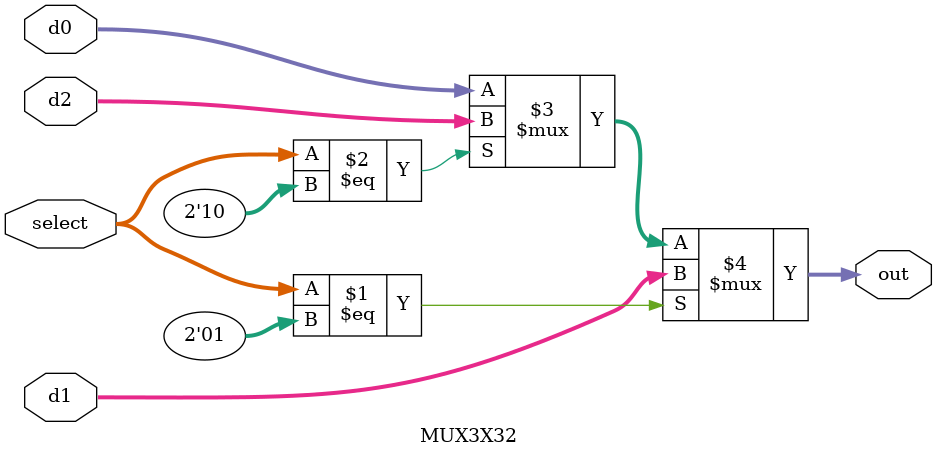
<source format=v>
`timescale 1ns / 1ps


module MUX3X32(d0,d1,d2,select,out );
input [31:0]d0;
input [31:0]d1;
input [31:0]d2;
input [1:0]select;
output [31:0] out;
assign out=(select==2'b01)?d1:(select==2'b10)?d2:d0;
endmodule

</source>
